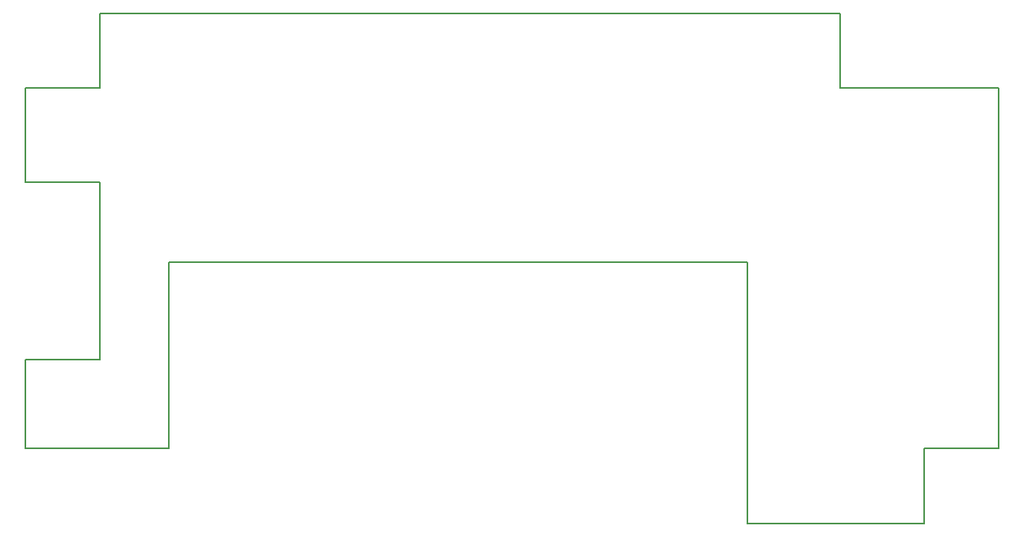
<source format=gm1>
G04 #@! TF.GenerationSoftware,KiCad,Pcbnew,(5.1.7)-1*
G04 #@! TF.CreationDate,2020-12-10T13:09:14+02:00*
G04 #@! TF.ProjectId,Smart104.ua_V3,536d6172-7431-4303-942e-75615f56332e,1.0*
G04 #@! TF.SameCoordinates,Original*
G04 #@! TF.FileFunction,Profile,NP*
%FSLAX46Y46*%
G04 Gerber Fmt 4.6, Leading zero omitted, Abs format (unit mm)*
G04 Created by KiCad (PCBNEW (5.1.7)-1) date 2020-12-10 13:09:14*
%MOMM*%
%LPD*%
G01*
G04 APERTURE LIST*
G04 #@! TA.AperFunction,Profile*
%ADD10C,0.200000*%
G04 #@! TD*
G04 APERTURE END LIST*
D10*
X177150000Y-120100000D02*
X115350000Y-120100000D01*
X115350000Y-140000000D02*
X100000000Y-140000000D01*
X115350000Y-120100000D02*
X115350000Y-140000000D01*
X177150000Y-148000000D02*
X177150000Y-120100000D01*
X196000000Y-148000000D02*
X177150000Y-148000000D01*
X196000000Y-140000000D02*
X196000000Y-148000000D01*
X204000000Y-140000000D02*
X196000000Y-140000000D01*
X204000000Y-101500000D02*
X204000000Y-140000000D01*
X187000000Y-101500000D02*
X204000000Y-101500000D01*
X187000000Y-93500000D02*
X187000000Y-101500000D01*
X108000000Y-93500000D02*
X187000000Y-93500000D01*
X108000000Y-101500000D02*
X108000000Y-93500000D01*
X100000000Y-101500000D02*
X108000000Y-101500000D01*
X100000000Y-111500000D02*
X100000000Y-101500000D01*
X108000000Y-111500000D02*
X100000000Y-111500000D01*
X108000000Y-130500000D02*
X108000000Y-111500000D01*
X100000000Y-130500000D02*
X108000000Y-130500000D01*
X100000000Y-140000000D02*
X100000000Y-130500000D01*
M02*

</source>
